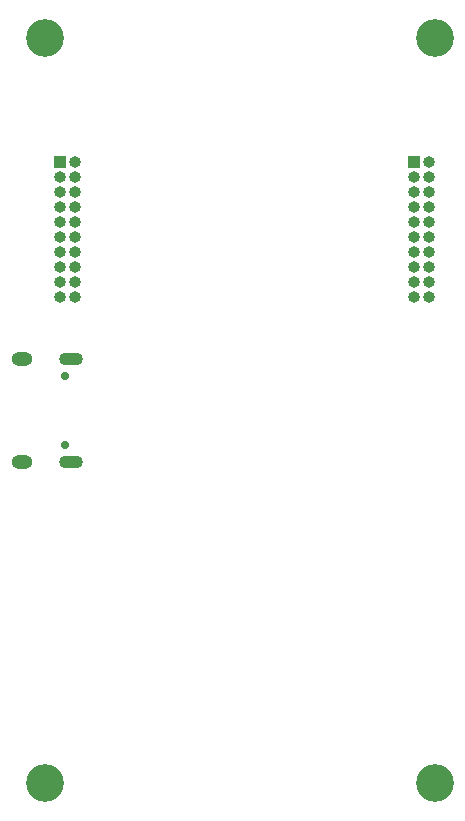
<source format=gbr>
%TF.GenerationSoftware,KiCad,Pcbnew,8.0.6*%
%TF.CreationDate,2025-01-30T17:26:38+11:00*%
%TF.ProjectId,ESP32-DWM1000-local,45535033-322d-4445-974d-313030302d6c,rev?*%
%TF.SameCoordinates,Original*%
%TF.FileFunction,Soldermask,Bot*%
%TF.FilePolarity,Negative*%
%FSLAX46Y46*%
G04 Gerber Fmt 4.6, Leading zero omitted, Abs format (unit mm)*
G04 Created by KiCad (PCBNEW 8.0.6) date 2025-01-30 17:26:38*
%MOMM*%
%LPD*%
G01*
G04 APERTURE LIST*
%ADD10C,0.700000*%
%ADD11O,2.000000X1.100000*%
%ADD12O,1.800000X1.200000*%
%ADD13R,1.000000X1.000000*%
%ADD14O,1.000000X1.000000*%
%ADD15C,3.200000*%
G04 APERTURE END LIST*
D10*
%TO.C,USB1*%
X115180000Y-117110000D03*
X115180000Y-122890000D03*
D11*
X115710000Y-115680000D03*
D12*
X111500000Y-115680000D03*
D11*
X115710000Y-124320000D03*
D12*
X111500000Y-124320000D03*
%TD*%
D13*
%TO.C,J2*%
X144730000Y-99000000D03*
D14*
X146000000Y-99000000D03*
X144730000Y-100270000D03*
X146000000Y-100270000D03*
X144730000Y-101540000D03*
X146000000Y-101540000D03*
X144730000Y-102810000D03*
X146000000Y-102810000D03*
X144730000Y-104080000D03*
X146000000Y-104080000D03*
X144730000Y-105350000D03*
X146000000Y-105350000D03*
X144730000Y-106620000D03*
X146000000Y-106620000D03*
X144730000Y-107890000D03*
X146000000Y-107890000D03*
X144730000Y-109160000D03*
X146000000Y-109160000D03*
X144730000Y-110430000D03*
X146000000Y-110430000D03*
%TD*%
D15*
%TO.C,H1*%
X146500000Y-88500000D03*
%TD*%
%TO.C,H3*%
X146500000Y-151500000D03*
%TD*%
%TO.C,H2*%
X113474873Y-88474873D03*
%TD*%
D13*
%TO.C,J1*%
X114730000Y-99000000D03*
D14*
X116000000Y-99000000D03*
X114730000Y-100270000D03*
X116000000Y-100270000D03*
X114730000Y-101540000D03*
X116000000Y-101540000D03*
X114730000Y-102810000D03*
X116000000Y-102810000D03*
X114730000Y-104080000D03*
X116000000Y-104080000D03*
X114730000Y-105350000D03*
X116000000Y-105350000D03*
X114730000Y-106620000D03*
X116000000Y-106620000D03*
X114730000Y-107890000D03*
X116000000Y-107890000D03*
X114730000Y-109160000D03*
X116000000Y-109160000D03*
X114730000Y-110430000D03*
X116000000Y-110430000D03*
%TD*%
D15*
%TO.C,H4*%
X113500000Y-151500000D03*
%TD*%
M02*

</source>
